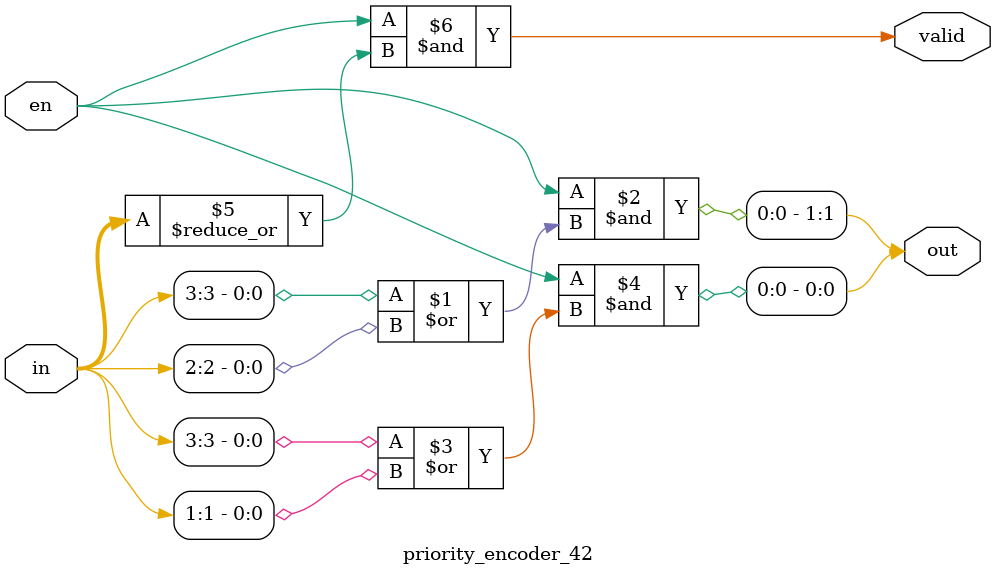
<source format=v>
module priority_encoder_42(
    input [3:0] in,
    input en,
    output [1:0] out,
    output valid
);

    assign out[1] = en & (in[3] | in[2]);
    assign out[0] = en & (in[3] | in[1]);
    assign valid = en & (|in);  // (|in) = n[3] | in[2] | in[1] | in[0]

endmodule
</source>
